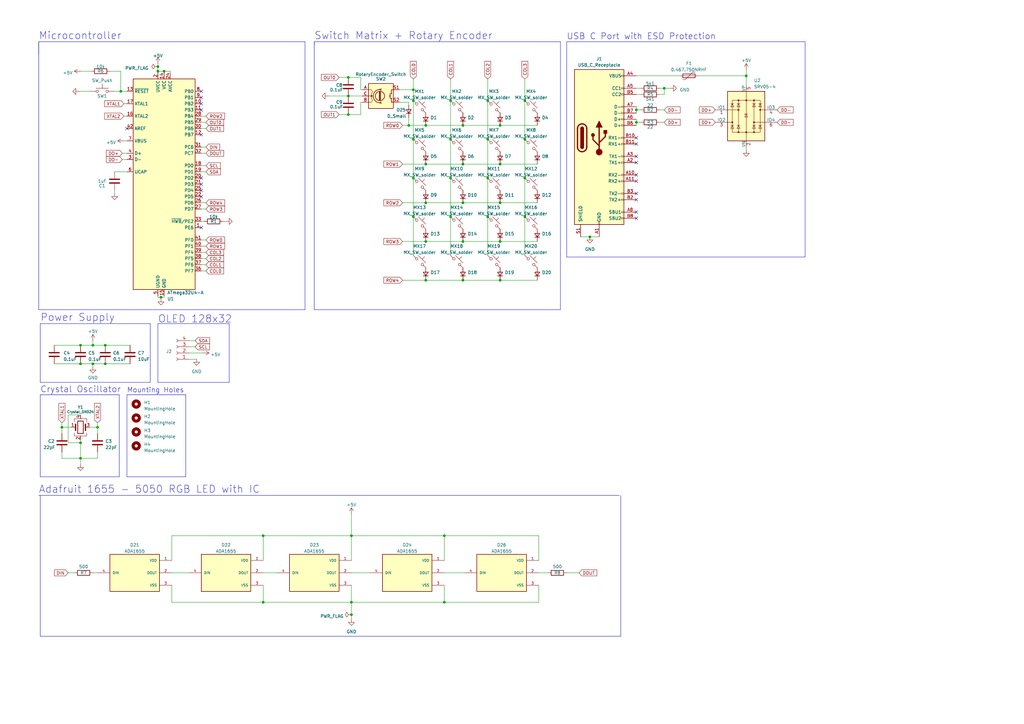
<source format=kicad_sch>
(kicad_sch (version 20230121) (generator eeschema)
  (paper "A3")
  (lib_symbols
    (symbol "ADA1655:ADA1655" (pin_names (offset 1.016))
      (property "Reference" "D" (at -10.16 8.509 0))
      (property "Value" "ADA1655" (at -10.16 -10.16 0))
      (symbol "ADA1655_0_0"
        (pin power_in line (at 15.24 5.08 180) (length 5.08) (name "VDD") (number "1"))
        (pin output line (at 15.24 0 180) (length 5.08) (name "DOUT") (number "2"))
        (pin power_in line (at 15.24 -5.08 180) (length 5.08) (name "VSS") (number "3"))
        (pin input line (at -15.24 0 0) (length 5.08) (name "DIN") (number "4"))
      )
    )
    (symbol "Connector:Conn_01x04_Socket" (pin_names (offset 1.016) hide)
      (property "Reference" "J" (at 0 5.08 0))
      (property "Value" "Conn_01x04_Socket" (at 0 -7.62 0))
      (symbol "Conn_01x04_Socket_1_1"
        (pin passive line (at -5.08 2.54 0) (length 3.81) (name "Pin_1") (number "1"))
        (pin passive line (at -5.08 0 0) (length 3.81) (name "Pin_2") (number "2"))
        (pin passive line (at -5.08 -2.54 0) (length 3.81) (name "Pin_3") (number "3"))
        (pin passive line (at -5.08 -5.08 0) (length 3.81) (name "Pin_4") (number "4"))
      )
    )
    (symbol "Connector:USB_C_Receptacle" (pin_names (offset 1.016))
      (property "Reference" "J" (at -10.16 29.21 0))
      (property "Value" "USB_C_Receptacle" (at 10.16 29.21 0))
      (symbol "USB_C_Receptacle_1_1"
        (pin passive line (at 0 -40.64 90) (length 5.08) (name "GND") (number "A1"))
        (pin bidirectional line (at 15.24 -15.24 180) (length 5.08) (name "RX2-") (number "A10"))
        (pin bidirectional line (at 15.24 -17.78 180) (length 5.08) (name "RX2+") (number "A11"))
        (pin passive line (at 0 -40.64 90) (length 5.08) hide (name "GND") (number "A12"))
        (pin bidirectional line (at 15.24 -10.16 180) (length 5.08) (name "TX1+") (number "A2"))
        (pin bidirectional line (at 15.24 -7.62 180) (length 5.08) (name "TX1-") (number "A3"))
        (pin passive line (at 15.24 25.4 180) (length 5.08) (name "VBUS") (number "A4"))
        (pin bidirectional line (at 15.24 20.32 180) (length 5.08) (name "CC1") (number "A5"))
        (pin bidirectional line (at 15.24 7.62 180) (length 5.08) (name "D+") (number "A6"))
        (pin bidirectional line (at 15.24 12.7 180) (length 5.08) (name "D-") (number "A7"))
        (pin bidirectional line (at 15.24 -30.48 180) (length 5.08) (name "SBU1") (number "A8"))
        (pin passive line (at 15.24 25.4 180) (length 5.08) hide (name "VBUS") (number "A9"))
        (pin passive line (at 0 -40.64 90) (length 5.08) hide (name "GND") (number "B1"))
        (pin bidirectional line (at 15.24 0 180) (length 5.08) (name "RX1-") (number "B10"))
        (pin bidirectional line (at 15.24 -2.54 180) (length 5.08) (name "RX1+") (number "B11"))
        (pin passive line (at 0 -40.64 90) (length 5.08) hide (name "GND") (number "B12"))
        (pin bidirectional line (at 15.24 -25.4 180) (length 5.08) (name "TX2+") (number "B2"))
        (pin bidirectional line (at 15.24 -22.86 180) (length 5.08) (name "TX2-") (number "B3"))
        (pin passive line (at 15.24 25.4 180) (length 5.08) hide (name "VBUS") (number "B4"))
        (pin bidirectional line (at 15.24 17.78 180) (length 5.08) (name "CC2") (number "B5"))
        (pin bidirectional line (at 15.24 5.08 180) (length 5.08) (name "D+") (number "B6"))
        (pin bidirectional line (at 15.24 10.16 180) (length 5.08) (name "D-") (number "B7"))
        (pin bidirectional line (at 15.24 -33.02 180) (length 5.08) (name "SBU2") (number "B8"))
        (pin passive line (at 15.24 25.4 180) (length 5.08) hide (name "VBUS") (number "B9"))
        (pin passive line (at -7.62 -40.64 90) (length 5.08) (name "SHIELD") (number "S1"))
      )
    )
    (symbol "Device:C" (pin_numbers hide) (pin_names (offset 0.254))
      (property "Reference" "C" (at 0.635 2.54 0))
      (property "Value" "C" (at 0.635 -2.54 0))
      (symbol "C_1_1"
        (pin passive line (at 0 3.81 270) (length 2.794) (name "~") (number "1"))
        (pin passive line (at 0 -3.81 90) (length 2.794) (name "~") (number "2"))
      )
    )
    (symbol "Device:Crystal_GND24" (pin_names (offset 1.016) hide)
      (property "Reference" "Y" (at 3.175 5.08 0))
      (property "Value" "Crystal_GND24" (at 3.175 3.175 0))
      (symbol "Crystal_GND24_1_1"
        (pin passive line (at -3.81 0 0) (length 1.27) (name "1") (number "1"))
        (pin passive line (at 0 5.08 270) (length 1.27) (name "2") (number "2"))
        (pin passive line (at 3.81 0 180) (length 1.27) (name "3") (number "3"))
        (pin passive line (at 0 -5.08 90) (length 1.27) (name "4") (number "4"))
      )
    )
    (symbol "Device:D_Small" (pin_numbers hide) (pin_names (offset 0.254) hide)
      (property "Reference" "D" (at -1.27 2.032 0))
      (property "Value" "D_Small" (at -3.81 -2.032 0))
      (symbol "D_Small_1_1"
        (pin passive line (at -2.54 0 0) (length 1.778) (name "K") (number "1"))
        (pin passive line (at 2.54 0 180) (length 1.778) (name "A") (number "2"))
      )
    )
    (symbol "Device:Polyfuse" (pin_numbers hide) (pin_names (offset 0))
      (property "Reference" "F" (at -2.54 0 90))
      (property "Value" "Polyfuse" (at 2.54 0 90))
      (symbol "Polyfuse_1_1"
        (pin passive line (at 0 3.81 270) (length 1.27) (name "~") (number "1"))
        (pin passive line (at 0 -3.81 90) (length 1.27) (name "~") (number "2"))
      )
    )
    (symbol "Device:R" (pin_numbers hide) (pin_names (offset 0))
      (property "Reference" "R" (at 2.032 0 90))
      (property "Value" "R" (at 0 0 90))
      (symbol "R_1_1"
        (pin passive line (at 0 3.81 270) (length 1.27) (name "~") (number "1"))
        (pin passive line (at 0 -3.81 90) (length 1.27) (name "~") (number "2"))
      )
    )
    (symbol "Device:RotaryEncoder_Switch" (pin_names (offset 0.254) hide)
      (property "Reference" "SW" (at 0 6.604 0))
      (property "Value" "RotaryEncoder_Switch" (at 0 -6.604 0))
      (symbol "RotaryEncoder_Switch_1_1"
        (pin passive line (at -7.62 2.54 0) (length 2.54) (name "A") (number "A"))
        (pin passive line (at -7.62 -2.54 0) (length 2.54) (name "B") (number "B"))
        (pin passive line (at -7.62 0 0) (length 2.54) (name "C") (number "C"))
        (pin passive line (at 7.62 2.54 180) (length 2.54) (name "S1") (number "S1"))
        (pin passive line (at 7.62 -2.54 180) (length 2.54) (name "S2") (number "S2"))
      )
    )
    (symbol "MCU_Microchip_ATmega:ATmega32U4-A"
      (property "Reference" "U" (at -12.7 44.45 0))
      (property "Value" "ATmega32U4-A" (at 2.54 -44.45 0))
      (symbol "ATmega32U4-A_1_1"
        (pin bidirectional line (at 15.24 -17.78 180) (length 2.54) (name "PE6") (number "1"))
        (pin bidirectional line (at 15.24 33.02 180) (length 2.54) (name "PB2") (number "10"))
        (pin bidirectional line (at 15.24 30.48 180) (length 2.54) (name "PB3") (number "11"))
        (pin bidirectional line (at 15.24 20.32 180) (length 2.54) (name "PB7") (number "12"))
        (pin input line (at -15.24 38.1 0) (length 2.54) (name "~{RESET}") (number "13"))
        (pin power_in line (at 0 45.72 270) (length 2.54) (name "VCC") (number "14"))
        (pin power_in line (at 0 -45.72 90) (length 2.54) (name "GND") (number "15"))
        (pin output line (at -15.24 27.94 0) (length 2.54) (name "XTAL2") (number "16"))
        (pin input line (at -15.24 33.02 0) (length 2.54) (name "XTAL1") (number "17"))
        (pin bidirectional line (at 15.24 7.62 180) (length 2.54) (name "PD0") (number "18"))
        (pin bidirectional line (at 15.24 5.08 180) (length 2.54) (name "PD1") (number "19"))
        (pin power_in line (at -2.54 45.72 270) (length 2.54) (name "UVCC") (number "2"))
        (pin bidirectional line (at 15.24 2.54 180) (length 2.54) (name "PD2") (number "20"))
        (pin bidirectional line (at 15.24 0 180) (length 2.54) (name "PD3") (number "21"))
        (pin bidirectional line (at 15.24 -5.08 180) (length 2.54) (name "PD5") (number "22"))
        (pin passive line (at 0 -45.72 90) (length 2.54) hide (name "GND") (number "23"))
        (pin power_in line (at 2.54 45.72 270) (length 2.54) (name "AVCC") (number "24"))
        (pin bidirectional line (at 15.24 -2.54 180) (length 2.54) (name "PD4") (number "25"))
        (pin bidirectional line (at 15.24 -7.62 180) (length 2.54) (name "PD6") (number "26"))
        (pin bidirectional line (at 15.24 -10.16 180) (length 2.54) (name "PD7") (number "27"))
        (pin bidirectional line (at 15.24 27.94 180) (length 2.54) (name "PB4") (number "28"))
        (pin bidirectional line (at 15.24 25.4 180) (length 2.54) (name "PB5") (number "29"))
        (pin bidirectional line (at -15.24 10.16 0) (length 2.54) (name "D-") (number "3"))
        (pin bidirectional line (at 15.24 22.86 180) (length 2.54) (name "PB6") (number "30"))
        (pin bidirectional line (at 15.24 15.24 180) (length 2.54) (name "PC6") (number "31"))
        (pin bidirectional line (at 15.24 12.7 180) (length 2.54) (name "PC7") (number "32"))
        (pin bidirectional line (at 15.24 -15.24 180) (length 2.54) (name "~{HWB}/PE2") (number "33"))
        (pin passive line (at 0 45.72 270) (length 2.54) hide (name "VCC") (number "34"))
        (pin passive line (at 0 -45.72 90) (length 2.54) hide (name "GND") (number "35"))
        (pin bidirectional line (at 15.24 -35.56 180) (length 2.54) (name "PF7") (number "36"))
        (pin bidirectional line (at 15.24 -33.02 180) (length 2.54) (name "PF6") (number "37"))
        (pin bidirectional line (at 15.24 -30.48 180) (length 2.54) (name "PF5") (number "38"))
        (pin bidirectional line (at 15.24 -27.94 180) (length 2.54) (name "PF4") (number "39"))
        (pin bidirectional line (at -15.24 12.7 0) (length 2.54) (name "D+") (number "4"))
        (pin bidirectional line (at 15.24 -25.4 180) (length 2.54) (name "PF1") (number "40"))
        (pin bidirectional line (at 15.24 -22.86 180) (length 2.54) (name "PF0") (number "41"))
        (pin passive line (at -15.24 22.86 0) (length 2.54) (name "AREF") (number "42"))
        (pin passive line (at 0 -45.72 90) (length 2.54) hide (name "GND") (number "43"))
        (pin passive line (at 2.54 45.72 270) (length 2.54) hide (name "AVCC") (number "44"))
        (pin passive line (at -2.54 -45.72 90) (length 2.54) (name "UGND") (number "5"))
        (pin passive line (at -15.24 5.08 0) (length 2.54) (name "UCAP") (number "6"))
        (pin input line (at -15.24 17.78 0) (length 2.54) (name "VBUS") (number "7"))
        (pin bidirectional line (at 15.24 38.1 180) (length 2.54) (name "PB0") (number "8"))
        (pin bidirectional line (at 15.24 35.56 180) (length 2.54) (name "PB1") (number "9"))
      )
    )
    (symbol "Mechanical:MountingHole" (pin_names (offset 1.016))
      (property "Reference" "H" (at 0 5.08 0))
      (property "Value" "MountingHole" (at 0 3.175 0))
    )
    (symbol "Power_Protection:SRV05-4" (pin_names (offset 0))
      (property "Reference" "U" (at -5.08 11.43 0))
      (property "Value" "SRV05-4" (at 2.54 11.43 0))
      (symbol "SRV05-4_1_1"
        (pin passive line (at -12.7 2.54 0) (length 5.08) (name "IO1") (number "1"))
        (pin passive line (at 0 -12.7 90) (length 2.54) (name "VN") (number "2"))
        (pin passive line (at -12.7 -2.54 0) (length 5.08) (name "IO2") (number "3"))
        (pin passive line (at 12.7 2.54 180) (length 5.08) (name "IO3") (number "4"))
        (pin passive line (at 0 12.7 270) (length 2.54) (name "VP") (number "5"))
        (pin passive line (at 12.7 -2.54 180) (length 5.08) (name "IO4") (number "6"))
      )
    )
    (symbol "Switch:SW_Push" (pin_numbers hide) (pin_names (offset 1.016) hide)
      (property "Reference" "SW" (at 1.27 2.54 0))
      (property "Value" "SW_Push" (at 0 -1.524 0))
      (symbol "SW_Push_0_1"
        (pin passive line (at -5.08 0 0) (length 2.54) (name "1") (number "1"))
        (pin passive line (at 5.08 0 180) (length 2.54) (name "2") (number "2"))
      )
    )
    (symbol "marbastlib-mx:MX_SW_solder" (pin_numbers hide) (pin_names (offset 1.016) hide)
      (property "Reference" "MX" (at 3.048 1.016 0))
      (property "Value" "MX_SW_solder" (at 0 -3.81 0))
      (symbol "MX_SW_solder_0_1"
        (pin passive line (at -2.54 2.54 0) (length 0) (name "1") (number "1"))
        (pin passive line (at 2.54 -2.54 180) (length 0) (name "2") (number "2"))
      )
    )
    (symbol "power:+5V" (power) (pin_names (offset 0))
      (property "Value" "+5V" (at 0 3.556 0))
      (symbol "+5V_1_1"
        (pin power_in line (at 0 0 90) (length 0) hide (name "+5V") (number "1"))
      )
    )
    (symbol "power:GND" (power) (pin_names (offset 0))
      (property "Value" "GND" (at 0 -3.81 0))
      (symbol "GND_1_1"
        (pin power_in line (at 0 0 270) (length 0) hide (name "GND") (number "1"))
      )
    )
    (symbol "power:PWR_FLAG" (power) (pin_numbers hide) (pin_names (offset 0) hide)
      (property "Value" "PWR_FLAG" (at 0 3.81 0))
      (symbol "PWR_FLAG_0_0"
        (pin power_out line (at 0 0 90) (length 0) (name "pwr") (number "1"))
      )
    )
  )
  (junction (at 200.025 73.025))
  (junction (at 142.875 46.99))
  (junction (at 25.4 175.26))
  (junction (at 144.145 252.095))
  (junction (at 189.865 51.435))
  (junction (at 215.265 88.9))
  (junction (at 33.02 149.225))
  (junction (at 144.145 247.015))
  (junction (at 66.04 121.92))
  (junction (at 43.18 141.605))
  (junction (at 107.95 219.71))
  (junction (at 33.02 141.605))
  (junction (at 144.145 219.71))
  (junction (at 43.18 149.225))
  (junction (at 174.625 51.435))
  (junction (at 205.105 114.935))
  (junction (at 38.1 141.605))
  (junction (at 169.545 73.025))
  (junction (at 260.985 45.085))
  (junction (at 215.265 57.15))
  (junction (at 169.545 88.9))
  (junction (at 40.005 175.26))
  (junction (at 184.785 57.15))
  (junction (at 174.625 114.935))
  (junction (at 107.95 247.015))
  (junction (at 67.31 29.21))
  (junction (at 184.785 41.275))
  (junction (at 182.245 247.015))
  (junction (at 200.025 41.275))
  (junction (at 142.875 39.37))
  (junction (at 184.785 73.025))
  (junction (at 241.935 97.155))
  (junction (at 142.875 31.75))
  (junction (at 174.625 99.06))
  (junction (at 215.265 41.275))
  (junction (at 64.77 27.305))
  (junction (at 38.1 149.225))
  (junction (at 169.545 36.83))
  (junction (at 200.025 88.9))
  (junction (at 49.53 37.465))
  (junction (at 33.02 187.96))
  (junction (at 205.105 99.06))
  (junction (at 169.545 41.275))
  (junction (at 205.105 67.31))
  (junction (at 184.785 88.9))
  (junction (at 189.865 67.31))
  (junction (at 189.865 83.185))
  (junction (at 189.865 99.06))
  (junction (at 167.64 51.435))
  (junction (at 169.545 57.15))
  (junction (at 200.025 57.15))
  (junction (at 215.265 73.025))
  (junction (at 64.77 29.21))
  (junction (at 306.07 31.115))
  (junction (at 189.865 114.935))
  (junction (at 182.245 219.71))
  (junction (at 33.02 181.61))
  (junction (at 272.415 36.195))
  (junction (at 205.105 83.185))
  (junction (at 205.105 51.435))
  (junction (at 174.625 67.31))
  (junction (at 174.625 83.185))
  (junction (at 260.985 50.165))
  (no_connect (at 260.985 74.295))
  (no_connect (at 82.55 73.025))
  (no_connect (at 260.985 56.515))
  (no_connect (at 82.55 78.105))
  (no_connect (at 260.985 89.535))
  (no_connect (at 82.55 40.005))
  (no_connect (at 260.985 81.915))
  (no_connect (at 260.985 64.135))
  (no_connect (at 260.985 86.995))
  (no_connect (at 82.55 75.565))
  (no_connect (at 260.985 59.055))
  (no_connect (at 82.55 80.645))
  (no_connect (at 82.55 45.085))
  (no_connect (at 82.55 37.465))
  (no_connect (at 260.985 79.375))
  (no_connect (at 82.55 55.245))
  (no_connect (at 260.985 66.675))
  (no_connect (at 260.985 71.755))
  (no_connect (at 82.55 42.545))
  (no_connect (at 82.55 93.345))
  (no_connect (at 52.07 52.705))
  (wire (pts (xy 38.1 141.605) (xy 43.18 141.605)))
  (wire (pts (xy 144.145 210.82) (xy 144.145 219.71)))
  (wire (pts (xy 91.44 90.805) (xy 92.71 90.805)))
  (wire (pts (xy 169.545 32.385) (xy 169.545 36.83)))
  (wire (pts (xy 184.785 88.9) (xy 184.785 104.775)))
  (polyline (pts (xy 93.98 156.845) (xy 93.98 132.715)))
  (wire (pts (xy 69.85 29.21) (xy 69.85 29.845)))
  (wire (pts (xy 27.94 181.61) (xy 33.02 181.61)))
  (wire (pts (xy 270.51 45.085) (xy 272.415 45.085)))
  (wire (pts (xy 50.8 42.545) (xy 52.07 42.545)))
  (wire (pts (xy 82.55 106.045) (xy 84.455 106.045)))
  (wire (pts (xy 139.065 31.75) (xy 142.875 31.75)))
  (wire (pts (xy 27.94 234.95) (xy 30.48 234.95)))
  (wire (pts (xy 82.55 90.805) (xy 83.82 90.805)))
  (polyline (pts (xy 15.875 127) (xy 125.095 127)))
  (wire (pts (xy 260.985 38.735) (xy 262.89 38.735)))
  (wire (pts (xy 147.955 41.91) (xy 147.955 46.99)))
  (wire (pts (xy 184.785 32.385) (xy 184.785 41.275)))
  (wire (pts (xy 184.785 57.15) (xy 184.785 73.025)))
  (wire (pts (xy 215.265 41.275) (xy 215.265 57.15)))
  (wire (pts (xy 49.53 37.465) (xy 52.07 37.465)))
  (polyline (pts (xy 16.51 132.715) (xy 61.595 132.715)))
  (wire (pts (xy 182.245 219.71) (xy 182.245 229.87)))
  (wire (pts (xy 66.04 121.92) (xy 67.31 121.92)))
  (wire (pts (xy 215.265 32.385) (xy 215.265 41.275)))
  (wire (pts (xy 167.64 41.91) (xy 167.64 43.18)))
  (wire (pts (xy 82.55 98.425) (xy 84.455 98.425)))
  (wire (pts (xy 64.77 29.845) (xy 64.77 29.21)))
  (wire (pts (xy 189.865 67.31) (xy 205.105 67.31)))
  (wire (pts (xy 43.18 141.605) (xy 53.34 141.605)))
  (wire (pts (xy 134.62 39.37) (xy 142.875 39.37)))
  (wire (pts (xy 49.53 37.465) (xy 49.53 29.21)))
  (polyline (pts (xy 64.77 132.715) (xy 93.98 132.715)))
  (wire (pts (xy 27.94 170.18) (xy 27.94 181.61)))
  (wire (pts (xy 66.04 121.92) (xy 66.04 122.555)))
  (wire (pts (xy 82.55 50.165) (xy 84.455 50.165)))
  (wire (pts (xy 200.025 32.385) (xy 200.025 41.275)))
  (wire (pts (xy 144.145 219.71) (xy 182.245 219.71)))
  (wire (pts (xy 33.02 29.21) (xy 37.465 29.21)))
  (polyline (pts (xy 15.875 17.145) (xy 15.875 22.225)))
  (wire (pts (xy 40.005 185.42) (xy 40.005 187.96)))
  (polyline (pts (xy 125.095 17.145) (xy 15.875 17.145)))
  (wire (pts (xy 182.245 240.03) (xy 182.245 247.015)))
  (wire (pts (xy 174.625 114.935) (xy 189.865 114.935)))
  (polyline (pts (xy 52.07 161.925) (xy 76.2 161.925)))
  (wire (pts (xy 49.53 29.21) (xy 45.085 29.21)))
  (wire (pts (xy 167.64 48.26) (xy 167.64 51.435)))
  (wire (pts (xy 64.77 27.305) (xy 64.77 29.21)))
  (wire (pts (xy 182.245 234.95) (xy 190.5 234.95)))
  (polyline (pts (xy 16.51 156.845) (xy 61.595 156.845)))
  (wire (pts (xy 33.02 141.605) (xy 38.1 141.605)))
  (polyline (pts (xy 16.51 132.715) (xy 16.51 156.845)))
  (wire (pts (xy 25.4 175.26) (xy 25.4 177.8)))
  (wire (pts (xy 205.105 67.31) (xy 220.345 67.31)))
  (wire (pts (xy 200.025 88.9) (xy 200.025 104.775)))
  (polyline (pts (xy 64.77 156.845) (xy 93.98 156.845)))
  (polyline (pts (xy 330.2 105.41) (xy 330.2 17.145)))
  (polyline (pts (xy 229.87 17.145) (xy 128.905 17.145)))
  (polyline (pts (xy 232.41 17.145) (xy 330.2 17.145)))
  (wire (pts (xy 144.145 234.95) (xy 151.765 234.95)))
  (wire (pts (xy 64.77 29.21) (xy 67.31 29.21)))
  (wire (pts (xy 43.18 149.225) (xy 53.34 149.225)))
  (wire (pts (xy 107.95 219.71) (xy 107.95 229.87)))
  (wire (pts (xy 174.625 99.06) (xy 189.865 99.06)))
  (wire (pts (xy 25.4 187.96) (xy 33.02 187.96)))
  (wire (pts (xy 50.165 65.405) (xy 52.07 65.405)))
  (wire (pts (xy 165.1 83.185) (xy 174.625 83.185)))
  (wire (pts (xy 286.385 31.115) (xy 306.07 31.115)))
  (wire (pts (xy 82.55 67.945) (xy 84.455 67.945)))
  (polyline (pts (xy 15.875 203.2) (xy 254 203.2)))
  (wire (pts (xy 70.485 247.015) (xy 107.95 247.015)))
  (wire (pts (xy 241.935 97.155) (xy 245.745 97.155)))
  (wire (pts (xy 205.105 114.935) (xy 220.345 114.935)))
  (wire (pts (xy 70.485 234.95) (xy 77.47 234.95)))
  (wire (pts (xy 70.485 219.71) (xy 70.485 229.87)))
  (wire (pts (xy 270.51 38.735) (xy 272.415 38.735)))
  (wire (pts (xy 260.985 48.895) (xy 260.985 50.165)))
  (wire (pts (xy 189.865 99.06) (xy 205.105 99.06)))
  (wire (pts (xy 46.99 70.485) (xy 52.07 70.485)))
  (wire (pts (xy 70.485 219.71) (xy 107.95 219.71)))
  (wire (pts (xy 82.55 62.865) (xy 84.455 62.865)))
  (wire (pts (xy 38.1 149.225) (xy 43.18 149.225)))
  (wire (pts (xy 169.545 73.025) (xy 169.545 88.9)))
  (wire (pts (xy 144.145 247.015) (xy 144.145 252.095)))
  (wire (pts (xy 260.985 45.085) (xy 262.89 45.085)))
  (wire (pts (xy 25.4 185.42) (xy 25.4 187.96)))
  (wire (pts (xy 238.125 97.155) (xy 241.935 97.155)))
  (polyline (pts (xy 229.87 127) (xy 229.87 17.145)))
  (wire (pts (xy 200.025 41.275) (xy 200.025 57.15)))
  (wire (pts (xy 169.545 57.15) (xy 169.545 73.025)))
  (wire (pts (xy 272.415 36.195) (xy 272.415 38.735)))
  (wire (pts (xy 260.985 31.115) (xy 278.765 31.115)))
  (wire (pts (xy 189.865 83.185) (xy 205.105 83.185)))
  (wire (pts (xy 67.31 121.92) (xy 67.31 121.285)))
  (wire (pts (xy 220.98 247.015) (xy 182.245 247.015)))
  (polyline (pts (xy 16.51 161.925) (xy 16.51 195.58)))
  (wire (pts (xy 260.985 45.085) (xy 260.985 46.355)))
  (wire (pts (xy 82.55 100.965) (xy 84.455 100.965)))
  (wire (pts (xy 200.025 57.15) (xy 200.025 73.025)))
  (wire (pts (xy 165.1 67.31) (xy 174.625 67.31)))
  (wire (pts (xy 82.55 108.585) (xy 84.455 108.585)))
  (wire (pts (xy 163.83 41.91) (xy 167.64 41.91)))
  (wire (pts (xy 82.55 83.185) (xy 84.455 83.185)))
  (wire (pts (xy 189.865 51.435) (xy 205.105 51.435)))
  (wire (pts (xy 174.625 83.185) (xy 189.865 83.185)))
  (wire (pts (xy 189.865 114.935) (xy 205.105 114.935)))
  (wire (pts (xy 82.55 103.505) (xy 84.455 103.505)))
  (wire (pts (xy 144.145 247.015) (xy 182.245 247.015)))
  (wire (pts (xy 147.955 36.83) (xy 148.59 36.83)))
  (wire (pts (xy 82.55 85.725) (xy 84.455 85.725)))
  (wire (pts (xy 142.875 46.99) (xy 139.065 46.99)))
  (wire (pts (xy 184.785 73.025) (xy 184.785 88.9)))
  (wire (pts (xy 25.4 173.355) (xy 25.4 175.26)))
  (wire (pts (xy 220.98 219.71) (xy 220.98 229.87)))
  (wire (pts (xy 220.98 240.03) (xy 220.98 247.015)))
  (wire (pts (xy 64.77 121.285) (xy 64.77 121.92)))
  (wire (pts (xy 306.07 28.575) (xy 306.07 31.115)))
  (wire (pts (xy 167.64 51.435) (xy 174.625 51.435)))
  (wire (pts (xy 77.47 147.32) (xy 80.645 147.32)))
  (wire (pts (xy 22.225 141.605) (xy 33.02 141.605)))
  (polyline (pts (xy 128.905 17.145) (xy 128.905 127)))
  (polyline (pts (xy 128.905 127) (xy 229.87 127)))
  (wire (pts (xy 67.31 29.21) (xy 67.31 29.845)))
  (polyline (pts (xy 254.635 260.985) (xy 254.635 203.2)))
  (wire (pts (xy 148.59 41.91) (xy 147.955 41.91)))
  (wire (pts (xy 40.005 173.355) (xy 40.005 175.26)))
  (wire (pts (xy 77.47 139.7) (xy 80.01 139.7)))
  (wire (pts (xy 142.875 31.75) (xy 147.955 31.75)))
  (wire (pts (xy 77.47 144.78) (xy 83.185 144.78)))
  (wire (pts (xy 306.07 31.115) (xy 306.07 34.925)))
  (wire (pts (xy 272.415 36.195) (xy 274.955 36.195)))
  (wire (pts (xy 82.55 70.485) (xy 84.455 70.485)))
  (wire (pts (xy 182.245 219.71) (xy 220.98 219.71)))
  (polyline (pts (xy 64.77 132.715) (xy 64.77 156.845)))
  (polyline (pts (xy 16.51 161.925) (xy 48.895 161.925)))
  (wire (pts (xy 260.985 50.165) (xy 262.89 50.165)))
  (wire (pts (xy 50.8 47.625) (xy 52.07 47.625)))
  (wire (pts (xy 144.145 247.015) (xy 107.95 247.015)))
  (wire (pts (xy 64.77 121.92) (xy 66.04 121.92)))
  (wire (pts (xy 260.985 50.165) (xy 260.985 51.435)))
  (polyline (pts (xy 15.875 17.145) (xy 15.875 127)))
  (wire (pts (xy 29.21 175.26) (xy 25.4 175.26)))
  (wire (pts (xy 46.99 79.375) (xy 46.99 78.105)))
  (wire (pts (xy 174.625 67.31) (xy 189.865 67.31)))
  (wire (pts (xy 142.875 39.37) (xy 148.59 39.37)))
  (polyline (pts (xy 76.2 195.58) (xy 76.2 161.925)))
  (wire (pts (xy 163.83 36.83) (xy 169.545 36.83)))
  (polyline (pts (xy 125.095 127) (xy 125.095 17.145)))
  (polyline (pts (xy 52.07 161.925) (xy 52.07 195.58)))
  (wire (pts (xy 82.55 47.625) (xy 84.455 47.625)))
  (wire (pts (xy 50.165 62.865) (xy 52.07 62.865)))
  (wire (pts (xy 107.95 240.03) (xy 107.95 247.015)))
  (wire (pts (xy 260.985 43.815) (xy 260.985 45.085)))
  (wire (pts (xy 33.02 180.34) (xy 33.02 181.61)))
  (wire (pts (xy 38.1 139.7) (xy 38.1 141.605)))
  (wire (pts (xy 147.955 31.75) (xy 147.955 36.83)))
  (wire (pts (xy 33.02 187.96) (xy 40.005 187.96)))
  (wire (pts (xy 306.07 60.325) (xy 306.07 61.595)))
  (polyline (pts (xy 128.905 17.145) (xy 128.905 18.415)))
  (polyline (pts (xy 52.07 195.58) (xy 76.2 195.58)))
  (wire (pts (xy 215.265 73.025) (xy 215.265 88.9)))
  (polyline (pts (xy 232.41 17.145) (xy 232.41 105.41)))
  (wire (pts (xy 107.95 234.95) (xy 113.665 234.95)))
  (wire (pts (xy 200.025 73.025) (xy 200.025 88.9)))
  (wire (pts (xy 215.265 88.9) (xy 215.265 104.775)))
  (wire (pts (xy 82.55 52.705) (xy 84.455 52.705)))
  (wire (pts (xy 169.545 36.83) (xy 169.545 41.275)))
  (wire (pts (xy 144.145 240.03) (xy 144.145 247.015)))
  (polyline (pts (xy 61.595 156.845) (xy 61.595 132.715)))
  (wire (pts (xy 107.95 219.71) (xy 144.145 219.71)))
  (wire (pts (xy 77.47 142.24) (xy 80.01 142.24)))
  (wire (pts (xy 33.02 181.61) (xy 33.02 187.96)))
  (wire (pts (xy 32.385 37.465) (xy 36.83 37.465)))
  (wire (pts (xy 270.51 36.195) (xy 272.415 36.195)))
  (wire (pts (xy 33.02 170.18) (xy 27.94 170.18)))
  (wire (pts (xy 144.145 252.095) (xy 144.145 254)))
  (wire (pts (xy 67.31 29.21) (xy 69.85 29.21)))
  (wire (pts (xy 165.1 114.935) (xy 174.625 114.935)))
  (wire (pts (xy 46.99 37.465) (xy 49.53 37.465)))
  (wire (pts (xy 38.1 149.225) (xy 38.1 150.495)))
  (wire (pts (xy 165.1 99.06) (xy 174.625 99.06)))
  (wire (pts (xy 40.005 175.26) (xy 40.005 177.8)))
  (wire (pts (xy 50.8 57.785) (xy 52.07 57.785)))
  (wire (pts (xy 36.83 175.26) (xy 40.005 175.26)))
  (polyline (pts (xy 16.51 195.58) (xy 48.895 195.58)))
  (wire (pts (xy 22.225 149.225) (xy 33.02 149.225)))
  (polyline (pts (xy 16.51 260.985) (xy 254.635 260.985)))
  (wire (pts (xy 205.105 99.06) (xy 220.345 99.06)))
  (polyline (pts (xy 232.41 105.41) (xy 330.2 105.41)))
  (wire (pts (xy 205.105 83.185) (xy 220.345 83.185)))
  (wire (pts (xy 147.955 46.99) (xy 142.875 46.99)))
  (wire (pts (xy 33.02 149.225) (xy 38.1 149.225)))
  (wire (pts (xy 38.1 234.95) (xy 40.005 234.95)))
  (polyline (pts (xy 48.895 195.58) (xy 48.895 161.925)))
  (wire (pts (xy 169.545 88.9) (xy 169.545 104.775)))
  (polyline (pts (xy 16.51 203.2) (xy 16.51 260.985)))
  (wire (pts (xy 270.51 50.165) (xy 272.415 50.165)))
  (wire (pts (xy 70.485 240.03) (xy 70.485 247.015)))
  (wire (pts (xy 174.625 51.435) (xy 189.865 51.435)))
  (wire (pts (xy 184.785 41.275) (xy 184.785 57.15)))
  (wire (pts (xy 64.77 26.035) (xy 64.77 27.305)))
  (wire (pts (xy 205.105 51.435) (xy 220.345 51.435)))
  (wire (pts (xy 169.545 41.275) (xy 169.545 57.15)))
  (wire (pts (xy 82.55 60.325) (xy 84.455 60.325)))
  (wire (pts (xy 232.41 234.95) (xy 237.49 234.95)))
  (wire (pts (xy 165.1 51.435) (xy 167.64 51.435)))
  (wire (pts (xy 82.55 111.125) (xy 84.455 111.125)))
  (polyline (pts (xy 125.095 17.145) (xy 125.095 17.145)))
  (wire (pts (xy 33.02 187.96) (xy 33.02 190.5)))
  (wire (pts (xy 215.265 57.15) (xy 215.265 73.025)))
  (wire (pts (xy 220.98 234.95) (xy 224.79 234.95)))
  (wire (pts (xy 144.145 219.71) (xy 144.145 229.87)))
  (wire (pts (xy 260.985 36.195) (xy 262.89 36.195)))
  (text "OLED 128x32" (at 64.77 132.715 0) (effects (font (size 3 3)) (justify left bottom)))
  (text "Switch Matrix + Rotary Encoder\n" (at 128.905 16.51 0) (effects (font (size 3 3)) (justify left bottom)))
  (text "Crystal Oscillator\n" (at 16.51 161.29 0) (effects (font (size 2.5 2.5)) (justify left bottom)))
  (text "Adafruit 1655 - 5050 RGB LED with IC" (at 15.875 202.565 0) (effects (font (size 3 3)) (justify left bottom)))
  (text "Microcontroller\n" (at 15.875 16.51 0) (effects (font (size 3 3)) (justify left bottom)))
  (text "Mounting Holes\n" (at 52.07 161.29 0) (effects (font (size 2 2)) (justify left bottom)))
  (text "Power Supply\n" (at 16.51 132.08 0) (effects (font (size 3 3)) (justify left bottom)))
  (text "USB C Port with ESD Protection\n" (at 232.41 16.51 0) (effects (font (size 2.5 2.5)) (justify left bottom)))
  (global_label "DD-" (shape input) (at 318.77 45.085 0) (property "Intersheetrefs" "${INTERSHEET_REFS}" (effects hide)))
  (global_label "OUT0" (shape input) (at 84.455 50.165 0) (property "Intersheetrefs" "${INTERSHEET_REFS}" (effects hide)))
  (global_label "COL1" (shape input) (at 84.455 108.585 0) (property "Intersheetrefs" "${INTERSHEET_REFS}" (effects hide)))
  (global_label "ROW0" (shape input) (at 165.1 51.435 180) (property "Intersheetrefs" "${INTERSHEET_REFS}" (effects hide)))
  (global_label "ROW2" (shape input) (at 165.1 83.185 180) (property "Intersheetrefs" "${INTERSHEET_REFS}" (effects hide)))
  (global_label "DIN" (shape input) (at 27.94 234.95 180) (property "Intersheetrefs" "${INTERSHEET_REFS}" (effects hide)))
  (global_label "DD-" (shape input) (at 50.165 65.405 180) (property "Intersheetrefs" "${INTERSHEET_REFS}" (effects hide)))
  (global_label "XTAL2" (shape input) (at 40.005 173.355 90) (property "Intersheetrefs" "${INTERSHEET_REFS}" (effects hide)))
  (global_label "ROW3" (shape input) (at 165.1 99.06 180) (property "Intersheetrefs" "${INTERSHEET_REFS}" (effects hide)))
  (global_label "DD+" (shape input) (at 293.37 45.085 180) (property "Intersheetrefs" "${INTERSHEET_REFS}" (effects hide)))
  (global_label "ROW3" (shape input) (at 84.455 85.725 0) (property "Intersheetrefs" "${INTERSHEET_REFS}" (effects hide)))
  (global_label "DOUT" (shape input) (at 84.455 62.865 0) (property "Intersheetrefs" "${INTERSHEET_REFS}" (effects hide)))
  (global_label "COL0" (shape input) (at 169.545 32.385 90) (property "Intersheetrefs" "${INTERSHEET_REFS}" (effects hide)))
  (global_label "SCL" (shape input) (at 84.455 67.945 0) (property "Intersheetrefs" "${INTERSHEET_REFS}" (effects hide)))
  (global_label "COL2" (shape input) (at 84.455 106.045 0) (property "Intersheetrefs" "${INTERSHEET_REFS}" (effects hide)))
  (global_label "ROW1" (shape input) (at 165.1 67.31 180) (property "Intersheetrefs" "${INTERSHEET_REFS}" (effects hide)))
  (global_label "ROW0" (shape input) (at 84.455 98.425 0) (property "Intersheetrefs" "${INTERSHEET_REFS}" (effects hide)))
  (global_label "SDA" (shape input) (at 80.01 139.7 0) (property "Intersheetrefs" "${INTERSHEET_REFS}" (effects hide)))
  (global_label "COL0" (shape input) (at 84.455 111.125 0) (property "Intersheetrefs" "${INTERSHEET_REFS}" (effects hide)))
  (global_label "XTAL1" (shape input) (at 25.4 173.355 90) (property "Intersheetrefs" "${INTERSHEET_REFS}" (effects hide)))
  (global_label "DD-" (shape input) (at 318.77 50.165 0) (property "Intersheetrefs" "${INTERSHEET_REFS}" (effects hide)))
  (global_label "ROW2" (shape input) (at 84.455 47.625 0) (property "Intersheetrefs" "${INTERSHEET_REFS}" (effects hide)))
  (global_label "SCL" (shape input) (at 80.01 142.24 0) (property "Intersheetrefs" "${INTERSHEET_REFS}" (effects hide)))
  (global_label "COL2" (shape input) (at 200.025 32.385 90) (property "Intersheetrefs" "${INTERSHEET_REFS}" (effects hide)))
  (global_label "ROW4" (shape input) (at 165.1 114.935 180) (property "Intersheetrefs" "${INTERSHEET_REFS}" (effects hide)))
  (global_label "OUT1" (shape input) (at 139.065 46.99 180) (property "Intersheetrefs" "${INTERSHEET_REFS}" (effects hide)))
  (global_label "ROW1" (shape input) (at 84.455 100.965 0) (property "Intersheetrefs" "${INTERSHEET_REFS}" (effects hide)))
  (global_label "DD+" (shape input) (at 272.415 50.165 0) (property "Intersheetrefs" "${INTERSHEET_REFS}" (effects hide)))
  (global_label "COL3" (shape input) (at 215.265 32.385 90) (property "Intersheetrefs" "${INTERSHEET_REFS}" (effects hide)))
  (global_label "DIN" (shape input) (at 84.455 60.325 0) (property "Intersheetrefs" "${INTERSHEET_REFS}" (effects hide)))
  (global_label "XTAL1" (shape input) (at 50.8 42.545 180) (property "Intersheetrefs" "${INTERSHEET_REFS}" (effects hide)))
  (global_label "DD+" (shape input) (at 50.165 62.865 180) (property "Intersheetrefs" "${INTERSHEET_REFS}" (effects hide)))
  (global_label "ROW4" (shape input) (at 84.455 83.185 0) (property "Intersheetrefs" "${INTERSHEET_REFS}" (effects hide)))
  (global_label "XTAL2" (shape input) (at 50.8 47.625 180) (property "Intersheetrefs" "${INTERSHEET_REFS}" (effects hide)))
  (global_label "SDA" (shape input) (at 84.455 70.485 0) (property "Intersheetrefs" "${INTERSHEET_REFS}" (effects hide)))
  (global_label "DD-" (shape input) (at 272.415 45.085 0) (property "Intersheetrefs" "${INTERSHEET_REFS}" (effects hide)))
  (global_label "DD+" (shape input) (at 293.37 50.165 180) (property "Intersheetrefs" "${INTERSHEET_REFS}" (effects hide)))
  (global_label "OUT0" (shape input) (at 139.065 31.75 180) (property "Intersheetrefs" "${INTERSHEET_REFS}" (effects hide)))
  (global_label "OUT1" (shape input) (at 84.455 52.705 0) (property "Intersheetrefs" "${INTERSHEET_REFS}" (effects hide)))
  (global_label "COL1" (shape input) (at 184.785 32.385 90) (property "Intersheetrefs" "${INTERSHEET_REFS}" (effects hide)))
  (global_label "COL3" (shape input) (at 84.455 103.505 0) (property "Intersheetrefs" "${INTERSHEET_REFS}" (effects hide)))
  (global_label "DOUT" (shape input) (at 237.49 234.95 0) (property "Intersheetrefs" "${INTERSHEET_REFS}" (effects hide)))
  (symbol (lib_id "power:GND") (at 80.645 147.32 0) (unit 1)
    (property "Reference" "#PWR017" (effects hide))
    (property "Value" "GND" (at 80.645 152.4 0))
  )
  (symbol (lib_id "power:+5V") (at 144.145 210.82 0) (unit 1)
    (property "Reference" "#PWR019" (effects hide))
    (property "Value" "+5V" (at 144.145 207.01 0))
  )
  (symbol (lib_id "Device:C") (at 53.34 145.415 0) (unit 1)
    (property "Reference" "C7" (at 56.515 144.78 0) (effects (justify left)))
    (property "Value" "10uF" (at 56.515 147.32 0) (effects (justify left)))
    (property "Footprint" "Capacitor_SMD:C_0805_2012Metric" (effects hide))
  )
  (symbol (lib_id "ADA1655:ADA1655") (at 55.245 234.95 0) (unit 1)
    (property "Reference" "D21" (at 55.245 223.52 0))
    (property "Value" "ADA1655" (at 55.245 226.06 0))
    (property "Footprint" "ADA1655 - RGB LED:LED_ADA1655" (effects hide))
    (property "PARTREV" "N/A" (effects hide))
    (property "STANDARD" "Manufacturer Recommendations" (effects hide))
    (property "MANUFACTURER" "Adafruit" (effects hide))
  )
  (symbol (lib_id "Device:R") (at 228.6 234.95 90) (unit 1)
    (property "Reference" "R8" (at 228.6 234.95 90))
    (property "Value" "500" (at 228.6 232.41 90))
    (property "Footprint" "Resistor_THT:R_Axial_DIN0204_L3.6mm_D1.6mm_P5.08mm_Horizontal" (effects hide))
  )
  (symbol (lib_id "Device:R") (at 266.7 50.165 90) (unit 1)
    (property "Reference" "R3" (at 266.7 50.165 90))
    (property "Value" "22" (at 266.7 52.07 90))
    (property "Footprint" "Resistor_SMD:R_0805_2012Metric" (effects hide))
  )
  (symbol (lib_id "power:PWR_FLAG") (at 144.145 252.095 90) (unit 1)
    (property "Reference" "#FLG02" (effects hide))
    (property "Value" "PWR_FLAG" (at 140.97 252.73 90) (effects (justify left)))
  )
  (symbol (lib_id "Power_Protection:SRV05-4") (at 306.07 47.625 0) (unit 1)
    (property "Reference" "U2" (at 309.2197 33.02 0) (effects (justify left)))
    (property "Value" "SRV05-4" (at 309.2197 35.56 0) (effects (justify left)))
    (property "Footprint" "Package_TO_SOT_SMD:SOT-23-6" (effects hide))
    (property "Datasheet" "http://www.onsemi.com/pub/Collateral/SRV05-4-D.PDF" (effects hide))
  )
  (symbol (lib_id "marbastlib-mx:MX_SW_solder") (at 172.085 75.565 0) (unit 1)
    (property "Reference" "MX9" (at 172.085 69.215 0))
    (property "Value" "MX_SW_solder" (at 172.085 71.755 0))
    (property "Footprint" "marbastlib-mx:SW_MX_1u" (effects hide))
  )
  (symbol (lib_id "Device:D_Small") (at 189.865 80.645 90) (unit 1)
    (property "Reference" "D10" (at 191.77 80.01 90) (effects (justify right)))
    (property "Value" "D_Small" (effects hide))
    (property "Footprint" "Diode_SMD:D_SOD-123" (effects hide))
    (property "Sim.Device" "D" (effects hide))
    (property "Sim.Pins" "1=K 2=A" (effects hide))
  )
  (symbol (lib_id "Device:D_Small") (at 220.345 48.895 90) (unit 1)
    (property "Reference" "D4" (at 222.25 48.26 90) (effects (justify right)))
    (property "Value" "D_Small" (effects hide))
    (property "Footprint" "Diode_SMD:D_SOD-123" (effects hide))
    (property "Sim.Device" "D" (effects hide))
    (property "Sim.Pins" "1=K 2=A" (effects hide))
  )
  (symbol (lib_id "Connector:Conn_01x04_Socket") (at 72.39 144.78 180) (unit 1)
    (property "Reference" "J2" (at 70.485 144.145 0) (effects (justify left)))
    (property "Value" "Conn_01x04_Socket" (effects hide))
    (property "Footprint" "PPTC041LFBN-RC - 1x4 Female Header:SULLINS_PPTC041LFBN-RC" (effects hide))
  )
  (symbol (lib_id "Device:C") (at 22.225 145.415 0) (unit 1)
    (property "Reference" "C4" (at 26.035 144.78 0) (effects (justify left)))
    (property "Value" "0.1uF" (at 26.035 147.32 0) (effects (justify left)))
    (property "Footprint" "Capacitor_SMD:C_0805_2012Metric" (effects hide))
  )
  (symbol (lib_id "power:+5V") (at 38.1 139.7 0) (unit 1)
    (property "Reference" "#PWR07" (effects hide))
    (property "Value" "+5V" (at 38.1 135.89 0))
  )
  (symbol (lib_id "marbastlib-mx:MX_SW_solder") (at 172.085 107.315 0) (unit 1)
    (property "Reference" "MX17" (at 172.085 100.965 0))
    (property "Value" "MX_SW_solder" (at 172.085 103.505 0))
    (property "Footprint" "marbastlib-mx:SW_MX_1u" (effects hide))
  )
  (symbol (lib_id "power:GND") (at 241.935 97.155 0) (unit 1)
    (property "Reference" "#PWR014" (effects hide))
    (property "Value" "GND" (at 241.935 102.235 0))
  )
  (symbol (lib_id "Device:D_Small") (at 189.865 48.895 90) (unit 1)
    (property "Reference" "D2" (at 191.77 48.26 90) (effects (justify right)))
    (property "Value" "D_Small" (effects hide))
    (property "Footprint" "Diode_SMD:D_SOD-123" (effects hide))
    (property "Sim.Device" "D" (effects hide))
    (property "Sim.Pins" "1=K 2=A" (effects hide))
  )
  (symbol (lib_id "Device:D_Small") (at 220.345 80.645 90) (unit 1)
    (property "Reference" "D12" (at 222.25 80.01 90) (effects (justify right)))
    (property "Value" "D_Small" (effects hide))
    (property "Footprint" "Diode_SMD:D_SOD-123" (effects hide))
    (property "Sim.Device" "D" (effects hide))
    (property "Sim.Pins" "1=K 2=A" (effects hide))
  )
  (symbol (lib_id "power:GND") (at 33.02 190.5 0) (unit 1)
    (property "Reference" "#PWR05" (effects hide))
    (property "Value" "GND" (effects hide))
  )
  (symbol (lib_id "ADA1655:ADA1655") (at 128.905 234.95 0) (unit 1)
    (property "Reference" "D23" (at 128.905 223.52 0))
    (property "Value" "ADA1655" (at 128.905 226.06 0))
    (property "Footprint" "ADA1655 - RGB LED:LED_ADA1655" (effects hide))
    (property "PARTREV" "N/A" (effects hide))
    (property "STANDARD" "Manufacturer Recommendations" (effects hide))
    (property "MANUFACTURER" "Adafruit" (effects hide))
  )
  (symbol (lib_id "Device:D_Small") (at 189.865 112.395 90) (unit 1)
    (property "Reference" "D18" (at 191.77 111.76 90) (effects (justify right)))
    (property "Value" "D_Small" (effects hide))
    (property "Footprint" "Diode_SMD:D_SOD-123" (effects hide))
    (property "Sim.Device" "D" (effects hide))
    (property "Sim.Pins" "1=K 2=A" (effects hide))
  )
  (symbol (lib_id "Device:D_Small") (at 189.865 96.52 90) (unit 1)
    (property "Reference" "D14" (at 191.77 95.885 90) (effects (justify right)))
    (property "Value" "D_Small" (effects hide))
    (property "Footprint" "Diode_SMD:D_SOD-123" (effects hide))
    (property "Sim.Device" "D" (effects hide))
    (property "Sim.Pins" "1=K 2=A" (effects hide))
  )
  (symbol (lib_id "marbastlib-mx:MX_SW_solder") (at 217.805 107.315 0) (unit 1)
    (property "Reference" "MX20" (at 217.805 100.965 0))
    (property "Value" "MX_SW_solder" (at 217.805 103.505 0))
    (property "Footprint" "marbastlib-mx:SW_MX_1u" (effects hide))
  )
  (symbol (lib_id "Device:C") (at 40.005 181.61 0) (unit 1)
    (property "Reference" "C3" (at 43.18 180.975 0) (effects (justify left)))
    (property "Value" "22pF" (at 43.18 183.515 0) (effects (justify left)))
    (property "Footprint" "Capacitor_SMD:C_0805_2012Metric" (effects hide))
  )
  (symbol (lib_id "power:GND") (at 144.145 254 0) (unit 1)
    (property "Reference" "#PWR018" (effects hide))
    (property "Value" "GND" (at 144.145 259.08 0))
  )
  (symbol (lib_id "marbastlib-mx:MX_SW_solder") (at 217.805 91.44 0) (unit 1)
    (property "Reference" "MX16" (at 217.805 85.09 0))
    (property "Value" "MX_SW_solder" (at 217.805 87.63 0))
    (property "Footprint" "marbastlib-mx:SW_MX_1u" (effects hide))
  )
  (symbol (lib_id "power:GND") (at 274.955 36.195 90) (unit 1)
    (property "Reference" "#PWR010" (effects hide))
    (property "Value" "GND" (at 278.765 36.83 90) (effects (justify right)))
  )
  (symbol (lib_id "power:GND") (at 38.1 150.495 0) (unit 1)
    (property "Reference" "#PWR08" (effects hide))
    (property "Value" "GND" (at 38.1 154.94 0))
  )
  (symbol (lib_id "Device:RotaryEncoder_Switch") (at 156.21 39.37 0) (unit 1)
    (property "Reference" "SW2" (at 156.21 32.385 0))
    (property "Value" "RotaryEncoder_Switch" (at 156.21 30.48 0))
    (property "Footprint" "PEC11R-4215F-S0024 - Rotary Encoder 5 Pin:XDCR_PEC11R-4215F-S0024" (effects hide))
  )
  (symbol (lib_id "Device:D_Small") (at 205.105 64.77 90) (unit 1)
    (property "Reference" "D7" (at 207.01 64.135 90) (effects (justify right)))
    (property "Value" "D_Small" (effects hide))
    (property "Footprint" "Diode_SMD:D_SOD-123" (effects hide))
    (property "Sim.Device" "D" (effects hide))
    (property "Sim.Pins" "1=K 2=A" (effects hide))
  )
  (symbol (lib_id "marbastlib-mx:MX_SW_solder") (at 202.565 59.69 0) (unit 1)
    (property "Reference" "MX7" (at 202.565 53.34 0))
    (property "Value" "MX_SW_solder" (at 202.565 55.88 0))
    (property "Footprint" "marbastlib-mx:SW_MX_1u" (effects hide))
  )
  (symbol (lib_id "Device:R") (at 34.29 234.95 90) (unit 1)
    (property "Reference" "R7" (at 34.29 234.95 90))
    (property "Value" "500" (at 34.29 232.41 90))
    (property "Footprint" "Resistor_THT:R_Axial_DIN0204_L3.6mm_D1.6mm_P5.08mm_Horizontal" (effects hide))
  )
  (symbol (lib_id "power:GND") (at 32.385 37.465 270) (unit 1)
    (property "Reference" "#PWR012" (effects hide))
    (property "Value" "GND" (effects hide))
  )
  (symbol (lib_id "Device:D_Small") (at 174.625 112.395 90) (unit 1)
    (property "Reference" "D17" (at 176.53 111.76 90) (effects (justify right)))
    (property "Value" "D_Small" (effects hide))
    (property "Footprint" "Diode_SMD:D_SOD-123" (effects hide))
    (property "Sim.Device" "D" (effects hide))
    (property "Sim.Pins" "1=K 2=A" (effects hide))
  )
  (symbol (lib_id "marbastlib-mx:MX_SW_solder") (at 172.085 43.815 0) (unit 1)
    (property "Reference" "MX1" (at 172.085 37.465 0))
    (property "Value" "MX_SW_solder" (at 172.085 40.005 0))
    (property "Footprint" "marbastlib-mx:SW_MX_1u" (effects hide))
  )
  (symbol (lib_id "Device:D_Small") (at 189.865 64.77 90) (unit 1)
    (property "Reference" "D6" (at 191.77 64.135 90) (effects (justify right)))
    (property "Value" "D_Small" (effects hide))
    (property "Footprint" "Diode_SMD:D_SOD-123" (effects hide))
    (property "Sim.Device" "D" (effects hide))
    (property "Sim.Pins" "1=K 2=A" (effects hide))
  )
  (symbol (lib_id "Mechanical:MountingHole") (at 55.88 171.45 0) (unit 1)
    (property "Reference" "H2" (at 59.055 170.815 0) (effects (justify left)))
    (property "Value" "MountingHole" (at 59.055 173.355 0) (effects (justify left)))
    (property "Footprint" "MountingHole:MountingHole_2.5mm" (effects hide))
  )
  (symbol (lib_id "Device:Polyfuse") (at 282.575 31.115 90) (unit 1)
    (property "Reference" "F1" (at 282.575 26.035 90))
    (property "Value" "0.467.750NRHF" (at 282.575 28.575 90))
    (property "Footprint" "Fuse:Fuse_0603_1608Metric" (effects hide))
  )
  (symbol (lib_id "Mechanical:MountingHole") (at 55.88 182.88 0) (unit 1)
    (property "Reference" "H4" (at 59.055 182.245 0) (effects (justify left)))
    (property "Value" "MountingHole" (at 59.055 184.785 0) (effects (justify left)))
    (property "Footprint" "MountingHole:MountingHole_2.5mm" (effects hide))
  )
  (symbol (lib_id "ADA1655:ADA1655") (at 92.71 234.95 0) (unit 1)
    (property "Reference" "D22" (at 92.71 223.52 0))
    (property "Value" "ADA1655" (at 92.71 226.06 0))
    (property "Footprint" "ADA1655 - RGB LED:LED_ADA1655" (effects hide))
    (property "PARTREV" "N/A" (effects hide))
    (property "STANDARD" "Manufacturer Recommendations" (effects hide))
    (property "MANUFACTURER" "Adafruit" (effects hide))
  )
  (symbol (lib_id "marbastlib-mx:MX_SW_solder") (at 202.565 75.565 0) (unit 1)
    (property "Reference" "MX11" (at 202.565 69.215 0))
    (property "Value" "MX_SW_solder" (at 202.565 71.755 0))
    (property "Footprint" "marbastlib-mx:SW_MX_1u" (effects hide))
  )
  (symbol (lib_id "marbastlib-mx:MX_SW_solder") (at 217.805 59.69 0) (unit 1)
    (property "Reference" "MX8" (at 217.805 53.34 0))
    (property "Value" "MX_SW_solder" (at 217.805 55.88 0))
    (property "Footprint" "marbastlib-mx:SW_MX_1u" (effects hide))
  )
  (symbol (lib_id "power:+5V") (at 83.185 144.78 270) (unit 1)
    (property "Reference" "#PWR016" (effects hide))
    (property "Value" "+5V" (at 86.36 145.415 90) (effects (justify left)))
  )
  (symbol (lib_id "Device:R") (at 266.7 36.195 270) (unit 1)
    (property "Reference" "R4" (at 266.7 36.195 90))
    (property "Value" "5k1" (at 266.7 34.29 90))
    (property "Footprint" "Resistor_SMD:R_0805_2012Metric" (effects hide))
  )
  (symbol (lib_id "marbastlib-mx:MX_SW_solder") (at 172.085 91.44 0) (unit 1)
    (property "Reference" "MX13" (at 172.085 85.09 0))
    (property "Value" "MX_SW_solder" (at 172.085 87.63 0))
    (property "Footprint" "marbastlib-mx:SW_MX_1u" (effects hide))
  )
  (symbol (lib_id "Device:C") (at 142.875 43.18 0) (unit 1)
    (property "Reference" "C9" (at 137.795 41.91 0) (effects (justify left)))
    (property "Value" "0.1uF" (at 135.255 43.815 0) (effects (justify left)))
    (property "Footprint" "Capacitor_SMD:C_0805_2012Metric" (effects hide))
  )
  (symbol (lib_id "Device:D_Small") (at 220.345 64.77 90) (unit 1)
    (property "Reference" "D8" (at 222.25 64.135 90) (effects (justify right)))
    (property "Value" "D_Small" (effects hide))
    (property "Footprint" "Diode_SMD:D_SOD-123" (effects hide))
    (property "Sim.Device" "D" (effects hide))
    (property "Sim.Pins" "1=K 2=A" (effects hide))
  )
  (symbol (lib_id "Device:D_Small") (at 174.625 64.77 90) (unit 1)
    (property "Reference" "D5" (at 176.53 64.135 90) (effects (justify right)))
    (property "Value" "D_Small" (effects hide))
    (property "Footprint" "Diode_SMD:D_SOD-123" (effects hide))
    (property "Sim.Device" "D" (effects hide))
    (property "Sim.Pins" "1=K 2=A" (effects hide))
  )
  (symbol (lib_id "Device:D_Small") (at 205.105 112.395 90) (unit 1)
    (property "Reference" "D19" (at 207.01 111.76 90) (effects (justify right)))
    (property "Value" "D_Small" (effects hide))
    (property "Footprint" "Diode_SMD:D_SOD-123" (effects hide))
    (property "Sim.Device" "D" (effects hide))
    (property "Sim.Pins" "1=K 2=A" (effects hide))
  )
  (symbol (lib_id "marbastlib-mx:MX_SW_solder") (at 187.325 91.44 0) (unit 1)
    (property "Reference" "MX14" (at 187.325 85.09 0))
    (property "Value" "MX_SW_solder" (at 187.325 87.63 0))
    (property "Footprint" "marbastlib-mx:SW_MX_1u" (effects hide))
  )
  (symbol (lib_id "Device:D_Small") (at 174.625 80.645 90) (unit 1)
    (property "Reference" "D9" (at 176.53 80.01 90) (effects (justify right)))
    (property "Value" "D_Small" (effects hide))
    (property "Footprint" "Diode_SMD:D_SOD-123" (effects hide))
    (property "Sim.Device" "D" (effects hide))
    (property "Sim.Pins" "1=K 2=A" (effects hide))
  )
  (symbol (lib_id "marbastlib-mx:MX_SW_solder") (at 187.325 75.565 0) (unit 1)
    (property "Reference" "MX10" (at 187.325 69.215 0))
    (property "Value" "MX_SW_solder" (at 187.325 71.755 0))
    (property "Footprint" "marbastlib-mx:SW_MX_1u" (effects hide))
  )
  (symbol (lib_id "ADA1655:ADA1655") (at 167.005 234.95 0) (unit 1)
    (property "Reference" "D24" (at 167.005 223.52 0))
    (property "Value" "ADA1655" (at 167.005 226.06 0))
    (property "Footprint" "ADA1655 - RGB LED:LED_ADA1655" (effects hide))
    (property "PARTREV" "N/A" (effects hide))
    (property "STANDARD" "Manufacturer Recommendations" (effects hide))
    (property "MANUFACTURER" "Adafruit" (effects hide))
  )
  (symbol (lib_id "Device:D_Small") (at 174.625 48.895 90) (unit 1)
    (property "Reference" "D1" (at 176.53 48.26 90) (effects (justify right)))
    (property "Value" "D_Small" (effects hide))
    (property "Footprint" "Diode_SMD:D_SOD-123" (effects hide))
    (property "Sim.Device" "D" (effects hide))
    (property "Sim.Pins" "1=K 2=A" (effects hide))
  )
  (symbol (lib_id "Device:R") (at 266.7 45.085 90) (unit 1)
    (property "Reference" "R2" (at 266.7 45.085 90))
    (property "Value" "22" (at 266.7 43.18 90))
    (property "Footprint" "Resistor_SMD:R_0805_2012Metric" (effects hide))
  )
  (symbol (lib_id "ADA1655:ADA1655") (at 205.74 234.95 0) (unit 1)
    (property "Reference" "D26" (at 205.74 223.52 0))
    (property "Value" "ADA1655" (at 205.74 226.06 0))
    (property "Footprint" "ADA1655 - RGB LED:LED_ADA1655" (effects hide))
    (property "PARTREV" "N/A" (effects hide))
    (property "STANDARD" "Manufacturer Recommendations" (effects hide))
    (property "MANUFACTURER" "Adafruit" (effects hide))
  )
  (symbol (lib_id "power:+5V") (at 50.8 57.785 90) (unit 1)
    (property "Reference" "#PWR06" (effects hide))
    (property "Value" "+5V" (at 47.625 58.42 90) (effects (justify left)))
  )
  (symbol (lib_id "power:GND") (at 306.07 61.595 0) (unit 1)
    (property "Reference" "#PWR015" (effects hide))
    (property "Value" "GND" (effects hide))
  )
  (symbol (lib_id "marbastlib-mx:MX_SW_solder") (at 172.085 59.69 0) (unit 1)
    (property "Reference" "MX5" (at 172.085 53.34 0))
    (property "Value" "MX_SW_solder" (at 172.085 55.88 0))
    (property "Footprint" "marbastlib-mx:SW_MX_1u" (effects hide))
  )
  (symbol (lib_id "power:GND") (at 66.04 122.555 0) (unit 1)
    (property "Reference" "#PWR01" (effects hide))
    (property "Value" "GND" (effects hide))
  )
  (symbol (lib_id "power:GND") (at 46.99 79.375 0) (unit 1)
    (property "Reference" "#PWR04" (effects hide))
    (property "Value" "GND" (effects hide))
  )
  (symbol (lib_id "Device:D_Small") (at 167.64 45.72 90) (unit 1)
    (property "Reference" "D25" (at 162.56 45.085 90) (effects (justify right)))
    (property "Value" "D_Small" (at 158.75 47.625 90) (effects (justify right)))
    (property "Footprint" "Diode_SMD:D_SOD-123" (effects hide))
    (property "Sim.Device" "D" (effects hide))
    (property "Sim.Pins" "1=K 2=A" (effects hide))
  )
  (symbol (lib_id "Device:C") (at 46.99 74.295 0) (unit 1)
    (property "Reference" "C1" (at 41.91 76.2 0))
    (property "Value" "1uF" (at 41.91 74.295 0))
    (property "Footprint" "Capacitor_SMD:C_0805_2012Metric" (effects hide))
  )
  (symbol (lib_id "power:GND") (at 92.71 90.805 90) (unit 1)
    (property "Reference" "#PWR03" (effects hide))
    (property "Value" "GND" (effects hide))
  )
  (symbol (lib_id "Switch:SW_Push") (at 41.91 37.465 0) (unit 1)
    (property "Reference" "SW1" (at 41.91 39.37 0))
    (property "Value" "SW_Push" (at 41.91 33.02 0))
    (property "Footprint" "Button_Switch_SMD:SW_SPST_TL3342" (effects hide))
  )
  (symbol (lib_id "marbastlib-mx:MX_SW_solder") (at 217.805 43.815 0) (unit 1)
    (property "Reference" "MX4" (at 217.805 37.465 0))
    (property "Value" "MX_SW_solder" (at 217.805 40.005 0))
    (property "Footprint" "marbastlib-mx:SW_MX_1u" (effects hide))
  )
  (symbol (lib_id "marbastlib-mx:MX_SW_solder") (at 202.565 91.44 0) (unit 1)
    (property "Reference" "MX15" (at 202.565 85.09 0))
    (property "Value" "MX_SW_solder" (at 202.565 87.63 0))
    (property "Footprint" "marbastlib-mx:SW_MX_1u" (effects hide))
  )
  (symbol (lib_id "power:GND") (at 134.62 39.37 270) (unit 1)
    (property "Reference" "#PWR011" (effects hide))
    (property "Value" "GND" (effects hide))
  )
  (symbol (lib_id "Device:C") (at 33.02 145.415 0) (unit 1)
    (property "Reference" "C5" (at 36.195 144.78 0) (effects (justify left)))
    (property "Value" "0.1uF" (at 36.195 147.32 0) (effects (justify left)))
    (property "Footprint" "Capacitor_SMD:C_0805_2012Metric" (effects hide))
  )
  (symbol (lib_id "Device:D_Small") (at 205.105 80.645 90) (unit 1)
    (property "Reference" "D11" (at 207.01 80.01 90) (effects (justify right)))
    (property "Value" "D_Small" (effects hide))
    (property "Footprint" "Diode_SMD:D_SOD-123" (effects hide))
    (property "Sim.Device" "D" (effects hide))
    (property "Sim.Pins" "1=K 2=A" (effects hide))
  )
  (symbol (lib_id "marbastlib-mx:MX_SW_solder") (at 217.805 75.565 0) (unit 1)
    (property "Reference" "MX12" (at 217.805 69.215 0))
    (property "Value" "MX_SW_solder" (at 217.805 71.755 0))
    (property "Footprint" "marbastlib-mx:SW_MX_1u" (effects hide))
  )
  (symbol (lib_id "Mechanical:MountingHole") (at 55.88 177.165 0) (unit 1)
    (property "Reference" "H3" (at 59.055 176.53 0) (effects (justify left)))
    (property "Value" "MountingHole" (at 59.055 179.07 0) (effects (justify left)))
    (property "Footprint" "MountingHole:MountingHole_2.5mm" (effects hide))
  )
  (symbol (lib_id "power:PWR_FLAG") (at 64.77 27.305 90) (unit 1)
    (property "Reference" "#FLG01" (effects hide))
    (property "Value" "PWR_FLAG" (at 60.96 27.94 90) (effects (justify left)))
  )
  (symbol (lib_id "Device:C") (at 142.875 35.56 0) (unit 1)
    (property "Reference" "C8" (at 137.795 34.925 0) (effects (justify left)))
    (property "Value" "0.1uF" (at 135.255 36.83 0) (effects (justify left)))
    (property "Footprint" "Capacitor_SMD:C_0805_2012Metric" (effects hide))
  )
  (symbol (lib_id "Device:D_Small") (at 174.625 96.52 90) (unit 1)
    (property "Reference" "D13" (at 176.53 95.885 90) (effects (justify right)))
    (property "Value" "D_Small" (effects hide))
    (property "Footprint" "Diode_SMD:D_SOD-123" (effects hide))
    (property "Sim.Device" "D" (effects hide))
    (property "Sim.Pins" "1=K 2=A" (effects hide))
  )
  (symbol (lib_id "marbastlib-mx:MX_SW_solder") (at 187.325 107.315 0) (unit 1)
    (property "Reference" "MX18" (at 187.325 100.965 0))
    (property "Value" "MX_SW_solder" (at 187.325 103.505 0))
    (property "Footprint" "marbastlib-mx:SW_MX_1u" (effects hide))
  )
  (symbol (lib_id "Device:D_Small") (at 205.105 96.52 90) (unit 1)
    (property "Reference" "D15" (at 207.01 95.885 90) (effects (justify right)))
    (property "Value" "D_Small" (effects hide))
    (property "Footprint" "Diode_SMD:D_SOD-123" (effects hide))
    (property "Sim.Device" "D" (effects hide))
    (property "Sim.Pins" "1=K 2=A" (effects hide))
  )
  (symbol (lib_id "Device:D_Small") (at 220.345 96.52 90) (unit 1)
    (property "Reference" "D16" (at 222.25 95.885 90) (effects (justify right)))
    (property "Value" "D_Small" (effects hide))
    (property "Footprint" "Diode_SMD:D_SOD-123" (effects hide))
    (property "Sim.Device" "D" (effects hide))
    (property "Sim.Pins" "1=K 2=A" (effects hide))
  )
  (symbol (lib_id "Device:R") (at 266.7 38.735 90) (unit 1)
    (property "Reference" "R5" (at 266.7 38.735 90))
    (property "Value" "5k1" (at 266.7 40.64 90))
    (property "Footprint" "Resistor_SMD:R_0805_2012Metric" (effects hide))
  )
  (symbol (lib_id "MCU_Microchip_ATmega:ATmega32U4-A") (at 67.31 75.565 0) (unit 1)
    (property "Reference" "U1" (at 68.58 122.555 0) (effects (justify left)))
    (property "Value" "ATmega32U4-A" (at 68.58 120.015 0) (effects (justify left)))
    (property "Footprint" "Package_QFP:TQFP-44_10x10mm_P0.8mm" (effects hide))
    (property "Datasheet" "http://ww1.microchip.com/downloads/en/DeviceDoc/Atmel-7766-8-bit-AVR-ATmega16U4-32U4_Datasheet.pdf" (effects hide))
  )
  (symbol (lib_id "power:+5V") (at 306.07 28.575 0) (unit 1)
    (property "Reference" "#PWR09" (effects hide))
    (property "Value" "+5V" (at 306.07 24.765 0))
  )
  (symbol (lib_id "marbastlib-mx:MX_SW_solder") (at 202.565 107.315 0) (unit 1)
    (property "Reference" "MX19" (at 202.565 100.965 0))
    (property "Value" "MX_SW_solder" (at 202.565 103.505 0))
    (property "Footprint" "marbastlib-mx:SW_MX_1u" (effects hide))
  )
  (symbol (lib_id "Connector:USB_C_Receptacle") (at 245.745 56.515 0) (unit 1)
    (property "Reference" "J1" (at 245.745 24.13 0))
    (property "Value" "USB_C_Receptacle" (at 245.745 26.67 0))
    (property "Footprint" "Connector_USB:USB_C_Receptacle_Amphenol_12401610E4-2A" (effects hide))
    (property "Datasheet" "https://www.usb.org/sites/default/files/documents/usb_type-c.zip" (effects hide))
  )
  (symbol (lib_id "marbastlib-mx:MX_SW_solder") (at 187.325 43.815 0) (unit 1)
    (property "Reference" "MX2" (at 187.325 37.465 0))
    (property "Value" "MX_SW_solder" (at 187.325 40.005 0))
    (property "Footprint" "marbastlib-mx:SW_MX_1u" (effects hide))
  )
  (symbol (lib_id "Device:R") (at 41.275 29.21 90) (unit 1)
    (property "Reference" "R6" (at 41.275 29.21 90))
    (property "Value" "10k" (at 41.275 27.305 90))
    (property "Footprint" "Resistor_SMD:R_0805_2012Metric" (effects hide))
  )
  (symbol (lib_id "marbastlib-mx:MX_SW_solder") (at 202.565 43.815 0) (unit 1)
    (property "Reference" "MX3" (at 202.565 37.465 0))
    (property "Value" "MX_SW_solder" (at 202.565 40.005 0))
    (property "Footprint" "marbastlib-mx:SW_MX_1u" (effects hide))
  )
  (symbol (lib_id "Device:D_Small") (at 205.105 48.895 90) (unit 1)
    (property "Reference" "D3" (at 207.01 48.26 90) (effects (justify right)))
    (property "Value" "D_Small" (effects hide))
    (property "Footprint" "Diode_SMD:D_SOD-123" (effects hide))
    (property "Sim.Device" "D" (effects hide))
    (property "Sim.Pins" "1=K 2=A" (effects hide))
  )
  (symbol (lib_id "Mechanical:MountingHole") (at 55.88 165.735 0) (unit 1)
    (property "Reference" "H1" (at 59.055 165.1 0) (effects (justify left)))
    (property "Value" "MountingHole" (at 59.055 167.64 0) (effects (justify left)))
    (property "Footprint" "MountingHole:MountingHole_2.5mm" (effects hide))
  )
  (symbol (lib_id "Device:Crystal_GND24") (at 33.02 175.26 0) (mirror x) (unit 1)
    (property "Reference" "Y1" (at 33.02 167.005 0))
    (property "Value" "Crystal_GND24" (at 33.02 168.91 0) (effects (font (size 1 1))))
    (property "Footprint" "Crystal:Crystal_SMD_SeikoEpson_TSX3225-4Pin_3.2x2.5mm" (effects hide))
  )
  (symbol (lib_id "Device:D_Small") (at 220.345 112.395 90) (unit 1)
    (property "Reference" "D20" (at 222.25 111.76 90) (effects (justify right)))
    (property "Value" "D_Small" (effects hide))
    (property "Footprint" "Diode_SMD:D_SOD-123" (effects hide))
    (property "Sim.Device" "D" (effects hide))
    (property "Sim.Pins" "1=K 2=A" (effects hide))
  )
  (symbol (lib_id "Device:C") (at 25.4 181.61 0) (unit 1)
    (property "Reference" "C2" (at 19.685 180.975 0) (effects (justify left)))
    (property "Value" "22pF" (at 17.78 183.515 0) (effects (justify left)))
    (property "Footprint" "Capacitor_SMD:C_0805_2012Metric" (effects hide))
  )
  (symbol (lib_id "Device:C") (at 43.18 145.415 0) (unit 1)
    (property "Reference" "C6" (at 46.355 144.78 0) (effects (justify left)))
    (property "Value" "0.1uF" (at 46.355 147.32 0) (effects (justify left)))
    (property "Footprint" "Capacitor_SMD:C_0805_2012Metric" (effects hide))
  )
  (symbol (lib_id "power:+5V") (at 64.77 26.035 0) (unit 1)
    (property "Reference" "#PWR02" (effects hide))
    (property "Value" "+5V" (at 64.77 22.86 0))
  )
  (symbol (lib_id "power:+5V") (at 33.02 29.21 90) (unit 1)
    (property "Reference" "#PWR013" (effects hide))
    (property "Value" "+5V" (at 29.845 29.845 90) (effects (justify left)))
  )
  (symbol (lib_id "Device:R") (at 87.63 90.805 90) (unit 1)
    (property "Reference" "R1" (at 87.63 90.805 90))
    (property "Value" "10k" (at 87.63 88.9 90))
    (property "Footprint" "Resistor_SMD:R_0805_2012Metric" (effects hide))
  )
  (symbol (lib_id "marbastlib-mx:MX_SW_solder") (at 187.325 59.69 0) (unit 1)
    (property "Reference" "MX6" (at 187.325 53.34 0))
    (property "Value" "MX_SW_solder" (at 187.325 55.88 0))
    (property "Footprint" "marbastlib-mx:SW_MX_1u" (effects hide))
  )
)
</source>
